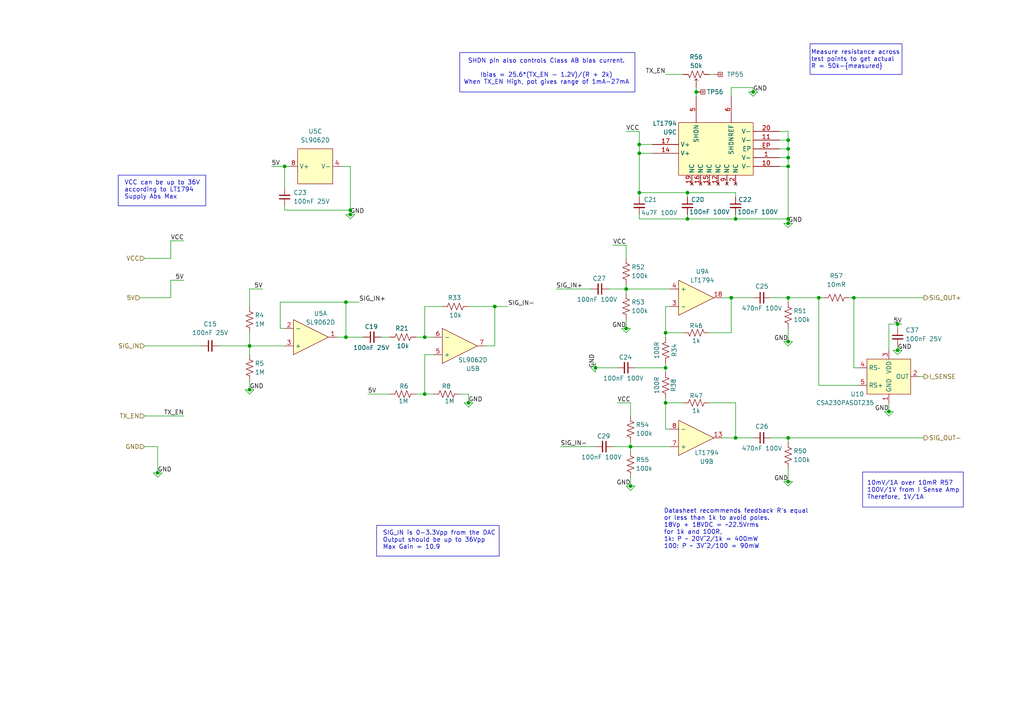
<source format=kicad_sch>
(kicad_sch (version 20250114) (generator "eeschema") (generator_version "9.0")
  (paper "A4")
  (rectangle (start 34.29 50.8) (end 59.69 59.69))
  (rectangle (start 133.35 15.24) (end 184.15 26.67))
  (rectangle (start 234.95 12.7) (end 261.62 21.59))
  (rectangle (start 109.22 152.4) (end 144.78 161.29))
  (rectangle (start 250.19 136.906) (end 279.4 147.066))
  (text "Datasheet recommends feedback R's equal \nor less than 1k to avoid poles. \n18Vp + 18VDC = ~22.5Vrms\nfor 1k and 100R, \n1k: P ~ 20V^2/1k = 400mW\n100: P ~ 3V^2/100 = 90mW" (at 192.532 153.416 0) (effects (font (size 1.27 1.27)) (justify left)))
  (text "VCC can be up to 36V \naccording to LT1794 \nSupply Abs Max" (at 36.068 55.118 0) (effects (font (size 1.27 1.27)) (justify left)))
  (text "SIG_IN is 0-3.3Vpp from the DAC\nOutput should be up to 36Vpp\nMax Gain = 10.9" (at 110.998 156.718 0) (effects (font (size 1.27 1.27)) (justify left)))
  (text "10mV/1A over 10mR R57\n100V/1V from I Sense Amp\nTherefore, 1V/1A" (at 251.46 142.24 0) (effects (font (size 1.27 1.27)) (justify left)))
  (text "SHDN pin also controls Class AB bias current.\n\nIbias = 25.6*(TX_EN - 1.2V)/(R + 2k)\nWhen TX_EN High, pot gives range of 1mA-27mA" (at 158.496 20.828 0) (effects (font (size 1.27 1.27))))
  (text "Measure resistance across \ntest points to get actual\nR = 50k-{measured}" (at 235.204 17.272 0) (effects (font (size 1.27 1.27)) (justify left)))
  (junction (at 199.39 55.88))
  (junction (at 228.6 127))
  (junction (at 237.49 86.36))
  (junction (at 228.6 45.72))
  (junction (at 181.61 83.82))
  (junction (at 185.42 55.88))
  (junction (at 228.6 139.7))
  (junction (at 228.6 63.5))
  (junction (at 101.6 62.23))
  (junction (at 213.36 63.5))
  (junction (at 193.04 96.52))
  (junction (at 228.6 48.26))
  (junction (at 218.44 26.67))
  (junction (at 228.6 86.36))
  (junction (at 193.04 106.68))
  (junction (at 143.51 88.9))
  (junction (at 101.6 60.96))
  (junction (at 181.61 95.25))
  (junction (at 260.35 101.6))
  (junction (at 228.6 64.77))
  (junction (at 201.93 26.67))
  (junction (at 213.36 127))
  (junction (at 193.04 116.84))
  (junction (at 72.39 100.33))
  (junction (at 228.6 43.18))
  (junction (at 135.89 116.84))
  (junction (at 72.39 113.03))
  (junction (at 45.72 137.16))
  (junction (at 123.19 114.3))
  (junction (at 182.88 129.54))
  (junction (at 82.55 48.26))
  (junction (at 260.35 93.98))
  (junction (at 182.88 140.97))
  (junction (at 199.39 63.5))
  (junction (at 172.72 106.68))
  (junction (at 212.09 86.36))
  (junction (at 185.42 41.91))
  (junction (at 100.33 97.79))
  (junction (at 247.65 86.36))
  (junction (at 228.6 99.06))
  (junction (at 257.81 119.38))
  (junction (at 228.6 40.64))
  (junction (at 185.42 44.45))
  (junction (at 123.19 97.79))
  (junction (at 100.33 87.63))
  (wire (pts (xy 228.6 127) (xy 267.97 127)))
  (wire (pts (xy 226.06 48.26) (xy 228.6 48.26)))
  (wire (pts (xy 177.8 129.54) (xy 182.88 129.54)))
  (wire (pts (xy 193.04 115.57) (xy 193.04 116.84)))
  (wire (pts (xy 227.33 64.77) (xy 228.6 66.04)))
  (wire (pts (xy 81.28 95.25) (xy 82.55 95.25)))
  (wire (pts (xy 212.09 25.4) (xy 212.09 27.94)))
  (wire (pts (xy 143.51 100.33) (xy 140.97 100.33)))
  (wire (pts (xy 237.49 86.36) (xy 238.76 86.36)))
  (wire (pts (xy 72.39 83.82) (xy 76.2 83.82)))
  (wire (pts (xy 179.07 116.84) (xy 182.88 116.84)))
  (wire (pts (xy 72.39 110.49) (xy 72.39 113.03)))
  (wire (pts (xy 135.89 114.3) (xy 135.89 116.84)))
  (wire (pts (xy 181.61 95.25) (xy 182.88 95.25)))
  (wire (pts (xy 172.72 106.68) (xy 172.72 105.41)))
  (wire (pts (xy 228.6 100.33) (xy 227.33 99.06)))
  (wire (pts (xy 49.53 86.36) (xy 49.53 81.28)))
  (wire (pts (xy 161.29 83.82) (xy 171.45 83.82)))
  (wire (pts (xy 217.17 26.67) (xy 218.44 27.94)))
  (wire (pts (xy 212.09 86.36) (xy 218.44 86.36)))
  (wire (pts (xy 100.33 62.23) (xy 101.6 63.5)))
  (wire (pts (xy 228.6 127) (xy 228.6 128.27)))
  (wire (pts (xy 207.01 21.59) (xy 205.74 21.59)))
  (wire (pts (xy 185.42 55.88) (xy 199.39 55.88)))
  (wire (pts (xy 82.55 60.96) (xy 101.6 60.96)))
  (wire (pts (xy 246.38 86.36) (xy 247.65 86.36)))
  (wire (pts (xy 257.81 93.98) (xy 260.35 93.98)))
  (wire (pts (xy 72.39 113.03) (xy 73.66 113.03)))
  (wire (pts (xy 101.6 62.23) (xy 102.87 62.23)))
  (wire (pts (xy 101.6 60.96) (xy 101.6 62.23)))
  (wire (pts (xy 193.04 116.84) (xy 198.12 116.84)))
  (wire (pts (xy 41.91 120.65) (xy 53.34 120.65)))
  (wire (pts (xy 217.17 26.67) (xy 218.44 26.67)))
  (wire (pts (xy 100.33 97.79) (xy 97.79 97.79)))
  (wire (pts (xy 171.45 106.68) (xy 172.72 105.41)))
  (wire (pts (xy 213.36 62.23) (xy 213.36 63.5)))
  (wire (pts (xy 257.81 119.38) (xy 259.08 119.38)))
  (wire (pts (xy 41.91 74.93) (xy 49.53 74.93)))
  (wire (pts (xy 181.61 140.97) (xy 182.88 140.97)))
  (wire (pts (xy 189.23 44.45) (xy 185.42 44.45)))
  (wire (pts (xy 143.51 88.9) (xy 147.32 88.9)))
  (wire (pts (xy 181.61 92.71) (xy 181.61 95.25)))
  (wire (pts (xy 143.51 88.9) (xy 143.51 100.33)))
  (wire (pts (xy 213.36 127) (xy 218.44 127)))
  (wire (pts (xy 182.88 116.84) (xy 182.88 120.65)))
  (wire (pts (xy 45.72 138.43) (xy 46.99 137.16)))
  (wire (pts (xy 134.62 116.84) (xy 135.89 116.84)))
  (wire (pts (xy 229.87 99.06) (xy 228.6 100.33)))
  (wire (pts (xy 45.72 129.54) (xy 41.91 129.54)))
  (wire (pts (xy 182.88 142.24) (xy 181.61 140.97)))
  (wire (pts (xy 228.6 66.04) (xy 229.87 64.77)))
  (wire (pts (xy 72.39 114.3) (xy 73.66 113.03)))
  (wire (pts (xy 172.72 107.95) (xy 172.72 106.68)))
  (wire (pts (xy 185.42 38.1) (xy 185.42 41.91)))
  (wire (pts (xy 181.61 96.52) (xy 180.34 95.25)))
  (wire (pts (xy 49.53 81.28) (xy 53.34 81.28)))
  (wire (pts (xy 228.6 99.06) (xy 228.6 95.25)))
  (wire (pts (xy 193.04 124.46) (xy 193.04 116.84)))
  (wire (pts (xy 201.93 25.4) (xy 201.93 26.67)))
  (wire (pts (xy 72.39 100.33) (xy 82.55 100.33)))
  (wire (pts (xy 133.35 114.3) (xy 135.89 114.3)))
  (wire (pts (xy 44.45 137.16) (xy 45.72 138.43)))
  (wire (pts (xy 228.6 43.18) (xy 228.6 40.64)))
  (wire (pts (xy 213.36 63.5) (xy 228.6 63.5)))
  (wire (pts (xy 123.19 102.87) (xy 125.73 102.87)))
  (wire (pts (xy 247.65 106.68) (xy 248.92 106.68)))
  (wire (pts (xy 228.6 48.26) (xy 228.6 45.72)))
  (wire (pts (xy 82.55 48.26) (xy 83.82 48.26)))
  (wire (pts (xy 260.35 101.6) (xy 261.62 101.6)))
  (wire (pts (xy 213.36 55.88) (xy 213.36 57.15)))
  (wire (pts (xy 45.72 137.16) (xy 46.99 137.16)))
  (wire (pts (xy 40.64 86.36) (xy 49.53 86.36)))
  (wire (pts (xy 223.52 86.36) (xy 228.6 86.36)))
  (wire (pts (xy 78.74 48.26) (xy 82.55 48.26)))
  (wire (pts (xy 193.04 96.52) (xy 193.04 88.9)))
  (wire (pts (xy 72.39 88.9) (xy 72.39 83.82)))
  (wire (pts (xy 185.42 63.5) (xy 199.39 63.5)))
  (wire (pts (xy 100.33 62.23) (xy 101.6 62.23)))
  (wire (pts (xy 212.09 96.52) (xy 212.09 86.36)))
  (wire (pts (xy 182.88 129.54) (xy 194.31 129.54)))
  (wire (pts (xy 228.6 86.36) (xy 228.6 87.63)))
  (wire (pts (xy 193.04 105.41) (xy 193.04 106.68)))
  (wire (pts (xy 228.6 45.72) (xy 228.6 43.18)))
  (wire (pts (xy 229.87 139.7) (xy 228.6 139.7)))
  (wire (pts (xy 227.33 64.77) (xy 228.6 64.77)))
  (wire (pts (xy 193.04 96.52) (xy 198.12 96.52)))
  (wire (pts (xy 120.65 114.3) (xy 123.19 114.3)))
  (wire (pts (xy 135.89 88.9) (xy 143.51 88.9)))
  (wire (pts (xy 259.08 101.6) (xy 260.35 102.87)))
  (wire (pts (xy 228.6 86.36) (xy 237.49 86.36)))
  (wire (pts (xy 226.06 45.72) (xy 228.6 45.72)))
  (wire (pts (xy 41.91 100.33) (xy 58.42 100.33)))
  (wire (pts (xy 123.19 97.79) (xy 125.73 97.79)))
  (wire (pts (xy 205.74 96.52) (xy 212.09 96.52)))
  (wire (pts (xy 72.39 100.33) (xy 72.39 102.87)))
  (wire (pts (xy 181.61 83.82) (xy 181.61 85.09)))
  (wire (pts (xy 123.19 114.3) (xy 125.73 114.3)))
  (wire (pts (xy 247.65 86.36) (xy 267.97 86.36)))
  (wire (pts (xy 71.12 113.03) (xy 72.39 113.03)))
  (wire (pts (xy 101.6 48.26) (xy 99.06 48.26)))
  (wire (pts (xy 257.81 120.65) (xy 256.54 119.38)))
  (wire (pts (xy 193.04 97.79) (xy 193.04 96.52)))
  (wire (pts (xy 101.6 48.26) (xy 101.6 60.96)))
  (wire (pts (xy 182.88 138.43) (xy 182.88 140.97)))
  (wire (pts (xy 228.6 139.7) (xy 228.6 135.89)))
  (wire (pts (xy 180.34 95.25) (xy 181.61 95.25)))
  (wire (pts (xy 72.39 96.52) (xy 72.39 100.33)))
  (wire (pts (xy 182.88 128.27) (xy 182.88 129.54)))
  (wire (pts (xy 135.89 118.11) (xy 137.16 116.84)))
  (wire (pts (xy 199.39 63.5) (xy 213.36 63.5)))
  (wire (pts (xy 185.42 41.91) (xy 185.42 44.45)))
  (wire (pts (xy 194.31 124.46) (xy 193.04 124.46)))
  (wire (pts (xy 199.39 55.88) (xy 199.39 57.15)))
  (wire (pts (xy 237.49 111.76) (xy 237.49 86.36)))
  (wire (pts (xy 260.35 102.87) (xy 261.62 101.6)))
  (wire (pts (xy 45.72 129.54) (xy 45.72 137.16)))
  (wire (pts (xy 100.33 87.63) (xy 100.33 97.79)))
  (wire (pts (xy 71.12 113.03) (xy 72.39 114.3)))
  (wire (pts (xy 228.6 99.06) (xy 227.33 99.06)))
  (wire (pts (xy 185.42 41.91) (xy 189.23 41.91)))
  (wire (pts (xy 110.49 97.79) (xy 113.03 97.79)))
  (wire (pts (xy 172.72 106.68) (xy 179.07 106.68)))
  (wire (pts (xy 226.06 40.64) (xy 228.6 40.64)))
  (wire (pts (xy 184.15 140.97) (xy 182.88 142.24)))
  (wire (pts (xy 182.88 95.25) (xy 181.61 96.52)))
  (wire (pts (xy 228.6 38.1) (xy 226.06 38.1)))
  (wire (pts (xy 185.42 44.45) (xy 185.42 55.88)))
  (wire (pts (xy 181.61 38.1) (xy 185.42 38.1)))
  (wire (pts (xy 182.88 140.97) (xy 184.15 140.97)))
  (wire (pts (xy 257.81 116.84) (xy 257.81 119.38)))
  (wire (pts (xy 218.44 25.4) (xy 212.09 25.4)))
  (wire (pts (xy 205.74 116.84) (xy 213.36 116.84)))
  (wire (pts (xy 176.53 83.82) (xy 181.61 83.82)))
  (wire (pts (xy 172.72 107.95) (xy 171.45 106.68)))
  (wire (pts (xy 194.31 88.9) (xy 193.04 88.9)))
  (wire (pts (xy 106.68 114.3) (xy 113.03 114.3)))
  (wire (pts (xy 228.6 140.97) (xy 227.33 139.7)))
  (wire (pts (xy 259.08 119.38) (xy 257.81 120.65)))
  (wire (pts (xy 223.52 127) (xy 228.6 127)))
  (wire (pts (xy 201.93 26.67) (xy 201.93 27.94)))
  (wire (pts (xy 49.53 69.85) (xy 53.34 69.85)))
  (wire (pts (xy 228.6 48.26) (xy 228.6 63.5)))
  (wire (pts (xy 257.81 93.98) (xy 257.81 101.6)))
  (wire (pts (xy 199.39 62.23) (xy 199.39 63.5)))
  (wire (pts (xy 228.6 64.77) (xy 229.87 64.77)))
  (wire (pts (xy 209.55 127) (xy 213.36 127)))
  (wire (pts (xy 247.65 86.36) (xy 247.65 106.68)))
  (wire (pts (xy 218.44 26.67) (xy 219.71 26.67)))
  (wire (pts (xy 184.15 106.68) (xy 193.04 106.68)))
  (wire (pts (xy 101.6 63.5) (xy 102.87 62.23)))
  (wire (pts (xy 177.8 71.12) (xy 181.61 71.12)))
  (wire (pts (xy 226.06 43.18) (xy 228.6 43.18)))
  (wire (pts (xy 182.88 129.54) (xy 182.88 130.81)))
  (wire (pts (xy 228.6 63.5) (xy 228.6 64.77)))
  (wire (pts (xy 266.7 109.22) (xy 267.97 109.22)))
  (wire (pts (xy 228.6 40.64) (xy 228.6 38.1)))
  (wire (pts (xy 248.92 111.76) (xy 237.49 111.76)))
  (wire (pts (xy 185.42 55.88) (xy 185.42 57.15)))
  (wire (pts (xy 181.61 71.12) (xy 181.61 74.93)))
  (wire (pts (xy 82.55 59.69) (xy 82.55 60.96)))
  (wire (pts (xy 213.36 127) (xy 213.36 116.84)))
  (wire (pts (xy 193.04 21.59) (xy 198.12 21.59)))
  (wire (pts (xy 81.28 95.25) (xy 81.28 87.63)))
  (wire (pts (xy 218.44 27.94) (xy 219.71 26.67)))
  (wire (pts (xy 63.5 100.33) (xy 72.39 100.33)))
  (wire (pts (xy 134.62 116.84) (xy 135.89 118.11)))
  (wire (pts (xy 120.65 97.79) (xy 123.19 97.79)))
  (wire (pts (xy 193.04 106.68) (xy 193.04 107.95)))
  (wire (pts (xy 260.35 93.98) (xy 261.62 93.98)))
  (wire (pts (xy 162.56 129.54) (xy 172.72 129.54)))
  (wire (pts (xy 260.35 93.98) (xy 260.35 95.25)))
  (wire (pts (xy 199.39 55.88) (xy 213.36 55.88)))
  (wire (pts (xy 123.19 114.3) (xy 123.19 102.87)))
  (wire (pts (xy 229.87 99.06) (xy 228.6 99.06)))
  (wire (pts (xy 81.28 87.63) (xy 100.33 87.63)))
  (wire (pts (xy 123.19 88.9) (xy 128.27 88.9)))
  (wire (pts (xy 100.33 87.63) (xy 104.14 87.63)))
  (wire (pts (xy 44.45 137.16) (xy 45.72 137.16)))
  (wire (pts (xy 49.53 74.93) (xy 49.53 69.85)))
  (wire (pts (xy 181.61 83.82) (xy 194.31 83.82)))
  (wire (pts (xy 185.42 62.23) (xy 185.42 63.5)))
  (wire (pts (xy 228.6 139.7) (xy 227.33 139.7)))
  (wire (pts (xy 259.08 101.6) (xy 260.35 101.6)))
  (wire (pts (xy 209.55 86.36) (xy 212.09 86.36)))
  (wire (pts (xy 260.35 100.33) (xy 260.35 101.6)))
  (wire (pts (xy 82.55 48.26) (xy 82.55 54.61)))
  (wire (pts (xy 218.44 25.4) (xy 218.44 26.67)))
  (wire (pts (xy 181.61 82.55) (xy 181.61 83.82)))
  (wire (pts (xy 229.87 139.7) (xy 228.6 140.97)))
  (wire (pts (xy 256.54 119.38) (xy 257.81 119.38)))
  (wire (pts (xy 123.19 97.79) (xy 123.19 88.9)))
  (wire (pts (xy 100.33 97.79) (xy 105.41 97.79)))
  (wire (pts (xy 135.89 116.84) (xy 137.16 116.84)))
  (label "VCC" (at 179.07 116.84 0))
  (label "GND" (at 72.39 113.03 0))
  (label "GND" (at 228.6 139.7 180))
  (label "GND" (at 101.6 62.23 0))
  (label "GND" (at 45.72 137.16 0))
  (label "GND" (at 228.6 99.06 180))
  (label "GND" (at 228.6 64.77 0))
  (label "SIG_IN+" (at 161.29 83.82 0))
  (label "SIG_IN+" (at 104.14 87.63 0))
  (label "5V" (at 76.2 83.82 180))
  (label "VCC" (at 181.61 38.1 0))
  (label "VCC" (at 53.34 69.85 180))
  (label "5V" (at 53.34 81.28 180))
  (label "SIG_IN-" (at 147.32 88.9 0))
  (label "5V" (at 261.62 93.98 180))
  (label "TX_EN" (at 193.04 21.59 180))
  (label "GND" (at 182.88 140.97 180))
  (label "GND" (at 181.61 95.25 180))
  (label "GND" (at 218.44 26.67 0))
  (label "5V" (at 78.74 48.26 0))
  (label "TX_EN" (at 53.34 120.65 180))
  (label "GND" (at 260.35 101.6 0))
  (label "5V" (at 106.68 114.3 0))
  (label "GND" (at 135.89 116.84 0))
  (label "GND" (at 172.72 106.68 90))
  (label "SIG_IN-" (at 162.56 129.54 0))
  (label "VCC" (at 177.8 71.12 0))
  (label "GND" (at 257.81 119.38 180))
  (hierarchical_label "SIG_OUT+" (shape output) (at 267.97 86.36 0))
  (hierarchical_label "5V" (shape input) (at 40.64 86.36 180))
  (hierarchical_label "VCC" (shape input) (at 41.91 74.93 180))
  (hierarchical_label "TX_EN" (shape input) (at 41.91 120.65 180))
  (hierarchical_label "SIG_IN" (shape input) (at 41.91 100.33 180))
  (hierarchical_label "SIG_OUT-" (shape output) (at 267.97 127 0))
  (hierarchical_label "GND" (shape input) (at 41.91 129.54 180))
  (hierarchical_label "I_SENSE" (shape output) (at 267.97 109.22 0))
  (symbol (lib_id "BR_Resistors_1210:R_1210_1k") (at 201.93 116.84 90) (unit 1)
    (property "Reference" "R47" (at 201.93 114.808 90))
    (property "Value" "1k" (at 201.93 119.126 90))
    (property "Footprint" "BR_Passives:C_1210_3225Metric-minimized" (effects (hide yes)))
    (property "Datasheet" "https://lcsc.com/datasheet/lcsc_datasheet_2408150952_FOJAN-FRC1210F1001TS_C2960861.pdf" (effects (hide yes)))
    (property "Description" "1k 1% 100ppm 500mW Thick Film Resistor 1210" (effects (hide yes)))
    (property "Manufacturer" "FOJAN" (effects (hide yes)))
    (property "Manufacturer Part Num" "FRC1210F1001TS" (effects (hide yes)))
    (property "BRE Number" "BRE-001256" (effects (hide yes)))
    (property "JLCPCB Part Num" "C2960861" (effects (hide yes)))
  )
  (symbol (lib_id "BR_Resistors_0603:R_0603_100R") (at 193.04 101.6 0) (mirror x) (unit 1)
    (property "Reference" "R34" (at 195.58 101.6 90))
    (property "Value" "100R" (at 190.5 101.6 90))
    (property "Footprint" "BR_Passives:R_0603_1608Metric" (effects (hide yes)))
    (property "Datasheet" "https://lcsc.com/datasheet/lcsc_datasheet_2411071710_FOJAN-FRC0603F1000TS_C2906981.pdf" (effects (hide yes)))
    (property "Description" "100R 1% 100ppm 100mW Thick Film Resistor 0603" (effects (hide yes)))
    (property "Manufacturer" "FOJAN" (effects (hide yes)))
    (property "Manufacturer Part Num" "FRC0603F1000TS" (effects (hide yes)))
    (property "BRE Number" "BRE-001257" (effects (hide yes)))
    (property "JLCPCB Part Num" "C2906981" (effects (hide yes)))
  )
  (symbol (lib_id "BR_Capacitors_0402:C_0402_100nF_100V_X5R_20%") (at 213.36 59.69 0) (mirror y) (unit 1)
    (property "Reference" "C22" (at 214.122 57.912 0) (effects (justify right)))
    (property "Value" "100nF 100V" (at 213.868 61.468 0) (effects (justify right)))
    (property "Footprint" "BR_Passives:C_0402_1005Metric-minimized" (effects (hide yes)))
    (property "Datasheet" "https://www.lcsc.com/datasheet/lcsc_datasheet_2410010301_Murata-Electronics-GRM155R62A104ME14D_C162179.pdf" (effects (hide yes)))
    (property "Description" "100nF 100V X5R 20% Ceramic Capacitor 0402" (effects (hide yes)))
    (property "Manufacturer" "Murata" (effects (hide yes)))
    (property "Manufacturer Part Num" "GRM155R62A104ME14D" (effects (hide yes)))
    (property "BRE Number" "BRE-001025" (effects (hide yes)))
    (property "JLCPCB Part Num" "C162178" (effects (hide yes)))
  )
  (symbol (lib_id "BR_Resistors_0201:R_0201_1M") (at 116.84 114.3 90) (unit 1)
    (property "Reference" "R6" (at 115.824 112.014 90) (effects (justify right)))
    (property "Value" "1M" (at 115.57 116.332 90) (effects (justify right)))
    (property "Footprint" "BR_Passives:R_0201_0603Metric-minimized" (effects (hide yes)))
    (property "Datasheet" "https://lcsc.com/datasheet/lcsc_datasheet_2506161040_YAGEO-RC0201FR-071ML_C295786.pdf" (effects (hide yes)))
    (property "Description" "1M 1% 200ppm 50mW Thick Film Resistor 0201" (effects (hide yes)))
    (property "Manufacturer" "YAGEO" (effects (hide yes)))
    (property "Manufacturer Part Num" "RC0201FR-071ML" (effects (hide yes)))
    (property "BRE Number" "BRE-001254" (effects (hide yes)))
    (property "JLCPCB Part Num" "C295786" (effects (hide yes)))
  )
  (symbol (lib_id "BR_Capacitors_0402:C_0402_100nF_100V_X5R_20%") (at 173.99 83.82 270) (unit 1)
    (property "Reference" "C27" (at 175.768 80.772 90) (effects (justify right)))
    (property "Value" "100nF 100V" (at 179.07 86.868 90) (effects (justify right)))
    (property "Footprint" "BR_Passives:C_0402_1005Metric-minimized" (effects (hide yes)))
    (property "Datasheet" "https://www.lcsc.com/datasheet/lcsc_datasheet_2410010301_Murata-Electronics-GRM155R62A104ME14D_C162179.pdf" (effects (hide yes)))
    (property "Description" "100nF 100V X5R 20% Ceramic Capacitor 0402" (effects (hide yes)))
    (property "Manufacturer" "Murata" (effects (hide yes)))
    (property "Manufacturer Part Num" "GRM155R62A104ME14D" (effects (hide yes)))
    (property "BRE Number" "BRE-001025" (effects (hide yes)))
    (property "JLCPCB Part Num" "C162178" (effects (hide yes)))
  )
  (symbol (lib_id "BR_Capacitors_0201:C_0201_100nF_25V_X7R_10%") (at 60.96 100.33 90) (unit 1)
    (property "Reference" "C15" (at 60.9663 93.98 90))
    (property "Value" "100nF 25V" (at 60.9663 96.52 90))
    (property "Footprint" "BR_Passives:C_0201_0603Metric-minimized" (effects (hide yes)))
    (property "Datasheet" "https://www.lcsc.com/datasheet/lcsc_datasheet_2108070630_Murata-Electronics-GRM033R61E104KE14J_C2649540.pdf" (effects (hide yes)))
    (property "Description" "100nF 25V X5R 10% Ceramic Capacitor 0201" (effects (hide yes)))
    (property "Manufacturer" "Murata Electronics" (effects (hide yes)))
    (property "Manufacturer Part Num" "GRM033R61E104KE14J" (effects (hide yes)))
    (property "BRE Number" "BRE-000000" (effects (hide yes)))
    (property "Supplier 1" "DigiKey" (effects (hide yes)))
    (property "Supplier Part Num 1" "490-14571-1-ND" (effects (hide yes)))
    (property "Supplier 2" "Mouser" (effects (hide yes)))
    (property "Supplier Part Num 2" "81-GRM033R61E104KE4J" (effects (hide yes)))
    (property "Supplier 3" "JLCPCB" (effects (hide yes)))
    (property "Supplier Part Num 3" "C2649540" (effects (hide yes)))
    (property "JLCPCB Part Num" "C76939" (effects (hide yes)))
  )
  (symbol (lib_id "BR_Capacitors_0805:C_0805_470nF_100V_X7R_10%") (at 220.98 86.36 90) (unit 1)
    (property "Reference" "C25" (at 220.98 83.058 90))
    (property "Value" "470nF 100V" (at 220.98 89.408 90))
    (property "Footprint" "BR_Passives:C_0805_2012Metric-minimized" (effects (hide yes)))
    (property "Datasheet" "https://www.lcsc.com/datasheet/lcsc_datasheet_2006091815_YAGEO-CC0805KKX7R0BB474_C596323.pdf" (effects (hide yes)))
    (property "Description" "470nF 100V X7R 10% Ceramic Capacitor 0805" (effects (hide yes)))
    (property "Manufacturer" "YAGEO" (effects (hide yes)))
    (property "Manufacturer Part Num" "CC0805KKX7R0BB474" (effects (hide yes)))
    (property "BRE Number" "BRE-000054" (effects (hide yes)))
    (property "Supplier 1" "DigiKey" (effects (hide yes)))
    (property "Supplier Part Num 1" "13-CC0805KKX7R0BB474CT-ND" (effects (hide yes)))
    (property "Supplier 2" "Mouser" (effects (hide yes)))
    (property "Supplier Part Num 2" "603-CC0805KX7R0BB474" (effects (hide yes)))
    (property "Supplier 3" "JLCPCB" (effects (hide yes)))
    (property "Supplier Part Num 3" "C596323" (effects (hide yes)))
    (property "JLCPCB Part Num" "C596323" (effects (hide yes)))
  )
  (symbol (lib_id "BR_Capacitors_1206:C_1206_4u7F_100V_X7S_10%") (at 185.42 59.69 0) (unit 1)
    (property "Reference" "C21" (at 186.69 57.912 0) (effects (justify left)))
    (property "Value" "4u7F 100V" (at 185.928 61.722 0) (effects (justify left)))
    (property "Footprint" "BR_Passives:C_1206_3216Metric-minimized" (effects (hide yes)))
    (property "Datasheet" "https://www.lcsc.com/datasheet/lcsc_datasheet_2410121857_Murata-Electronics-GRM31CC72A475KE11L_C237304.pdf" (effects (hide yes)))
    (property "Description" "4.7uF 100V X7S 10% Ceramic Capacitor 1206" (effects (hide yes)))
    (property "Manufacturer" "Murata" (effects (hide yes)))
    (property "Manufacturer Part Num" "GRM31CC72A475KE11L" (effects (hide yes)))
    (property "BRE Number" "BRE-001089" (effects (hide yes)))
    (property "JLCPCB Part Num" "C237304" (effects (hide yes)))
  )
  (symbol (lib_id "BR_IC_Audio:LT1794CFE-PBF") (at 196.85 127 0) (mirror x) (unit 2)
    (property "Reference" "U9" (at 204.978 133.858 0))
    (property "Value" "LT1794" (at 204.978 131.318 0))
    (property "Footprint" "BR_SOP:TSSOP-20_FE_6.4x6.4mm_EP4.95x2.74mm" (effects (hide yes)))
    (property "Datasheet" "https://www.analog.com/media/en/technical-documentation/data-sheets/1794fs.pdf" (effects (hide yes)))
    (property "Description" "2 Channel Line Driver 40V 500mA 500V/us 200MHz Class AB Output TSSOP-20" (effects (hide yes)))
    (property "Manufacturer" "Analog Devices" (effects (hide yes)))
    (property "Manufacturer Part Num" "LT1794CFE#PBF" (effects (hide yes)))
    (property "BRE Number" "BRE-001244" (effects (hide yes)))
    (property "JLCPCB Part Num" "C665306" (effects (hide yes)))
  )
  (symbol (lib_id "BR_Capacitors_0402:C_0402_100nF_100V_X5R_20%") (at 175.26 129.54 270) (unit 1)
    (property "Reference" "C29" (at 177.038 126.492 90) (effects (justify right)))
    (property "Value" "100nF 100V" (at 180.34 132.588 90) (effects (justify right)))
    (property "Footprint" "BR_Passives:C_0402_1005Metric-minimized" (effects (hide yes)))
    (property "Datasheet" "https://www.lcsc.com/datasheet/lcsc_datasheet_2410010301_Murata-Electronics-GRM155R62A104ME14D_C162179.pdf" (effects (hide yes)))
    (property "Description" "100nF 100V X5R 20% Ceramic Capacitor 0402" (effects (hide yes)))
    (property "Manufacturer" "Murata" (effects (hide yes)))
    (property "Manufacturer Part Num" "GRM155R62A104ME14D" (effects (hide yes)))
    (property "BRE Number" "BRE-001025" (effects (hide yes)))
    (property "JLCPCB Part Num" "C162178" (effects (hide yes)))
  )
  (symbol (lib_id "BR_Resistors_0805:R_0805_10mR") (at 242.57 86.36 90) (unit 1)
    (property "Reference" "R57" (at 242.57 80.01 90))
    (property "Value" "10mR" (at 242.57 82.55 90))
    (property "Footprint" "BR_Passives:R_0805_2012Metric" (effects (hide yes)))
    (property "Datasheet" "https://wmsc.lcsc.com/wmsc/upload/file/pdf/v2/lcsc/2203261130_YAGEO-RL0805FR-7W0R01L_C326784.pdf" (effects (hide yes)))
    (property "Description" "10mR 1% 1500ppm 250mW Thick Film Resistor 0805" (effects (hide yes)))
    (property "Manufacturer" "YAGEO" (effects (hide yes)))
    (property "Manufacturer Part Num" "RL0805FR-7W0R01L" (effects (hide yes)))
    (property "BRE Number" "BRE-001049" (effects (hide yes)))
    (property "Supplier 1" "DigiKey" (effects (hide yes)))
    (property "Supplier Part Num 1" "13-PE0805FRE470R009ZCT-ND" (effects (hide yes)))
    (property "Supplier 2" "Mouser" (effects (hide yes)))
    (property "Supplier Part Num 2" "603-P0805FRE470R009Z" (effects (hide yes)))
    (property "Supplier 3" "JLCPCB" (effects (hide yes)))
    (property "Supplier Part Num 3" "C6142798" (effects (hide yes)))
    (property "JLCPCB Part Num" "C326784" (effects (hide yes)))
  )
  (symbol (lib_id "BR_Resistors_0201:R_0201_100k") (at 181.61 78.74 0) (unit 1)
    (property "Reference" "R52" (at 183.134 77.47 0) (effects (justify left)))
    (property "Value" "100k" (at 183.134 80.01 0) (effects (justify left)))
    (property "Footprint" "BR_Passives:R_0201_0603Metric-minimized" (effects (hide yes)))
    (property "Datasheet" "https://www.lcsc.com/datasheet/lcsc_datasheet_2304140030_YAGEO-RC0201FR-07100KL_C106224.pdf" (effects (hide yes)))
    (property "Description" "100k 1% 200ppm 50mW Thick Film Resistor 0201" (effects (hide yes)))
    (property "Manufacturer" "YAGEO" (effects (hide yes)))
    (property "Manufacturer Part Num" "RC0201FR-07100KL" (effects (hide yes)))
    (property "BRE Number" "BRE-001166" (effects (hide yes)))
    (property "Supplier 1" "DigiKey" (effects (hide yes)))
    (property "Supplier Part Num 1" "311-10.0KMCT-ND" (effects (hide yes)))
    (property "Supplier 2" "Mouser" (effects (hide yes)))
    (property "Supplier Part Num 2" "603-RC0201FR-0710KL" (effects (hide yes)))
    (property "Supplier 3" "JLCPCB" (effects (hide yes)))
    (property "Supplier Part Num 3" "C106225" (effects (hide yes)))
    (property "JLCPCB Part Num" "C106224" (effects (hide yes)))
  )
  (symbol (lib_id "BR_Resistors_0201:R_0201_100k") (at 181.61 88.9 0) (unit 1)
    (property "Reference" "R53" (at 183.134 87.63 0) (effects (justify left)))
    (property "Value" "100k" (at 183.134 90.17 0) (effects (justify left)))
    (property "Footprint" "BR_Passives:R_0201_0603Metric-minimized" (effects (hide yes)))
    (property "Datasheet" "https://www.lcsc.com/datasheet/lcsc_datasheet_2304140030_YAGEO-RC0201FR-07100KL_C106224.pdf" (effects (hide yes)))
    (property "Description" "100k 1% 200ppm 50mW Thick Film Resistor 0201" (effects (hide yes)))
    (property "Manufacturer" "YAGEO" (effects (hide yes)))
    (property "Manufacturer Part Num" "RC0201FR-07100KL" (effects (hide yes)))
    (property "BRE Number" "BRE-001166" (effects (hide yes)))
    (property "Supplier 1" "DigiKey" (effects (hide yes)))
    (property "Supplier Part Num 1" "311-10.0KMCT-ND" (effects (hide yes)))
    (property "Supplier 2" "Mouser" (effects (hide yes)))
    (property "Supplier Part Num 2" "603-RC0201FR-0710KL" (effects (hide yes)))
    (property "Supplier 3" "JLCPCB" (effects (hide yes)))
    (property "Supplier Part Num 3" "C106225" (effects (hide yes)))
    (property "JLCPCB Part Num" "C106224" (effects (hide yes)))
  )
  (symbol (lib_id "BR_Capacitors_0201:C_0201_100nF_25V_X7R_10%") (at 260.35 97.79 0) (unit 1)
    (property "Reference" "C37" (at 262.636 95.758 0) (effects (justify left)))
    (property "Value" "100nF 25V" (at 262.636 98.298 0) (effects (justify left)))
    (property "Footprint" "BR_Passives:C_0201_0603Metric-minimized" (effects (hide yes)))
    (property "Datasheet" "https://www.lcsc.com/datasheet/lcsc_datasheet_2108070630_Murata-Electronics-GRM033R61E104KE14J_C2649540.pdf" (effects (hide yes)))
    (property "Description" "100nF 25V X5R 10% Ceramic Capacitor 0201" (effects (hide yes)))
    (property "Manufacturer" "Murata Electronics" (effects (hide yes)))
    (property "Manufacturer Part Num" "GRM033R61E104KE14J" (effects (hide yes)))
    (property "BRE Number" "BRE-000000" (effects (hide yes)))
    (property "Supplier 1" "DigiKey" (effects (hide yes)))
    (property "Supplier Part Num 1" "490-14571-1-ND" (effects (hide yes)))
    (property "Supplier 2" "Mouser" (effects (hide yes)))
    (property "Supplier Part Num 2" "81-GRM033R61E104KE4J" (effects (hide yes)))
    (property "Supplier 3" "JLCPCB" (effects (hide yes)))
    (property "Supplier Part Num 3" "C2649540" (effects (hide yes)))
    (property "JLCPCB Part Num" "C76939" (effects (hide yes)))
  )
  (symbol (lib_id "BR_Virtual_Parts:TP_SQUARE_TH_1mm") (at 207.01 21.59 270) (unit 1) (exclude_from_sim yes) (in_bom no)
    (property "Reference" "TP55" (at 210.82 21.5899 90) (effects (justify left)))
    (property "Value" "TP_SQUARE_TH_500um" (effects (hide yes)))
    (property "Footprint" "POT1" (effects (hide yes)))
    (property "Description" "test pad through hole" (effects (hide yes)))
  )
  (symbol (lib_id "BR_Passives_misc:POT_50k_VGF39NCHXT-B503") (at 201.93 21.59 270) (mirror x) (unit 1)
    (property "Reference" "R56" (at 201.93 16.51 90))
    (property "Value" "50k" (at 201.93 19.05 90))
    (property "Footprint" "BR_Passives:RES-ADJ-SMD_3P-L3.8-W3.7_VGF39NCHXT" (effects (hide yes)))
    (property "Datasheet" "https://lcsc.com/datasheet/lcsc_datasheet_2411220546_HDK-Hokuriku-Elec-Industry-VGF39NCHXT-B503_C22461637.pdf" (effects (hide yes)))
    (property "Description" "50k 25% 150mW 1-Turn Potentiometer SMD" (effects (hide yes)))
    (property "Manufacturer" "HDK" (effects (hide yes)))
    (property "Manufacturer Part Num" "VGF39NCHXT-B503" (effects (hide yes)))
    (property "BRE Number" "BRE-001262" (effects (hide yes)))
    (property "JLCPCB Part Num" "C22461637" (effects (hide yes)))
  )
  (symbol (lib_id "BR_Resistors_0201:R_0201_100k") (at 228.6 91.44 0) (unit 1)
    (property "Reference" "R51" (at 230.124 90.17 0) (effects (justify left)))
    (property "Value" "100k" (at 230.124 92.71 0) (effects (justify left)))
    (property "Footprint" "BR_Passives:R_0201_0603Metric-minimized" (effects (hide yes)))
    (property "Datasheet" "https://www.lcsc.com/datasheet/lcsc_datasheet_2304140030_YAGEO-RC0201FR-07100KL_C106224.pdf" (effects (hide yes)))
    (property "Description" "100k 1% 200ppm 50mW Thick Film Resistor 0201" (effects (hide yes)))
    (property "Manufacturer" "YAGEO" (effects (hide yes)))
    (property "Manufacturer Part Num" "RC0201FR-07100KL" (effects (hide yes)))
    (property "BRE Number" "BRE-001166" (effects (hide yes)))
    (property "Supplier 1" "DigiKey" (effects (hide yes)))
    (property "Supplier Part Num 1" "311-10.0KMCT-ND" (effects (hide yes)))
    (property "Supplier 2" "Mouser" (effects (hide yes)))
    (property "Supplier Part Num 2" "603-RC0201FR-0710KL" (effects (hide yes)))
    (property "Supplier 3" "JLCPCB" (effects (hide yes)))
    (property "Supplier Part Num 3" "C106225" (effects (hide yes)))
    (property "JLCPCB Part Num" "C106224" (effects (hide yes)))
  )
  (symbol (lib_name "LT1794CFE-PBF_1") (lib_id "BR_IC_Audio:LT1794CFE-PBF") (at 201.93 43.18 90) (unit 3)
    (property "Reference" "U9" (at 196.342 38.354 90) (effects (justify left)))
    (property "Value" "LT1794" (at 196.342 35.814 90) (effects (justify left)))
    (property "Footprint" "BR_SOP:TSSOP-20_FE_6.4x6.4mm_EP4.95x2.74mm" (effects (hide yes)))
    (property "Datasheet" "https://www.analog.com/media/en/technical-documentation/data-sheets/1794fs.pdf" (effects (hide yes)))
    (property "Description" "2 Channel Line Driver 40V 500mA 500V/us 200MHz Class AB Output TSSOP-20" (effects (hide yes)))
    (property "Manufacturer" "Analog Devices" (effects (hide yes)))
    (property "Manufacturer Part Num" "LT1794CFE#PBF" (effects (hide yes)))
    (property "BRE Number" "BRE-001244" (effects (hide yes)))
    (property "JLCPCB Part Num" "C665306" (effects (hide yes)))
  )
  (symbol (lib_id "BR_Capacitors_0201:C_0201_100nF_25V_X7R_10%") (at 82.55 57.15 180) (unit 1)
    (property "Reference" "C23" (at 85.09 55.8735 0) (effects (justify right)))
    (property "Value" "100nF 25V" (at 85.09 58.4135 0) (effects (justify right)))
    (property "Footprint" "BR_Passives:C_0201_0603Metric-minimized" (effects (hide yes)))
    (property "Datasheet" "https://www.lcsc.com/datasheet/lcsc_datasheet_2108070630_Murata-Electronics-GRM033R61E104KE14J_C2649540.pdf" (effects (hide yes)))
    (property "Description" "100nF 25V X5R 10% Ceramic Capacitor 0201" (effects (hide yes)))
    (property "Manufacturer" "Murata Electronics" (effects (hide yes)))
    (property "Manufacturer Part Num" "GRM033R61E104KE14J" (effects (hide yes)))
    (property "BRE Number" "BRE-000000" (effects (hide yes)))
    (property "Supplier 1" "DigiKey" (effects (hide yes)))
    (property "Supplier Part Num 1" "490-14571-1-ND" (effects (hide yes)))
    (property "Supplier 2" "Mouser" (effects (hide yes)))
    (property "Supplier Part Num 2" "81-GRM033R61E104KE4J" (effects (hide yes)))
    (property "Supplier 3" "JLCPCB" (effects (hide yes)))
    (property "Supplier Part Num 3" "C2649540" (effects (hide yes)))
    (property "JLCPCB Part Num" "C76939" (effects (hide yes)))
  )
  (symbol (lib_id "BR_Resistors_0201:R_0201_10k") (at 132.08 88.9 90) (unit 1)
    (property "Reference" "R33" (at 131.826 86.36 90))
    (property "Value" "10k" (at 132.08 91.44 90))
    (property "Footprint" "BR_Passives:R_0201_0603Metric-minimized" (effects (hide yes)))
    (property "Datasheet" "https://www.yageo.com/upload/media/product/products/datasheet/rchip/PYu-RC_Group_51_RoHS_L_12.pdf" (effects (hide yes)))
    (property "Description" "10k 1% 200ppm 50mW Thick Film Resistor 0201" (effects (hide yes)))
    (property "Manufacturer" "YAGEO" (effects (hide yes)))
    (property "Manufacturer Part Num" "RC0201FR-0710KL" (effects (hide yes)))
    (property "BRE Number" "BRE-000261" (effects (hide yes)))
    (property "Supplier 1" "DigiKey" (effects (hide yes)))
    (property "Supplier Part Num 1" "311-10.0KMCT-ND" (effects (hide yes)))
    (property "Supplier 2" "Mouser" (effects (hide yes)))
    (property "Supplier Part Num 2" "603-RC0201FR-0710KL" (effects (hide yes)))
    (property "Supplier 3" "JLCPCB" (effects (hide yes)))
    (property "Supplier Part Num 3" "C106225" (effects (hide yes)))
    (property "JLCPCB Part Num" "C106225" (effects (hide yes)))
  )
  (symbol (lib_id "BR_Sensors:Current_Sense_CSA230PASOT235") (at 257.81 109.22 0) (unit 1)
    (property "Reference" "U10" (at 248.666 114.3 0))
    (property "Value" "CSA230PASOT235" (at 245.11 116.84 0))
    (property "Footprint" "BR_SOT:SOT-23-5_mini" (effects (hide yes)))
    (property "Datasheet" "https://www.lcsc.com/datasheet/lcsc_datasheet_2403271159_analogysemi-CSA230PASOT235_C6807602.pdf" (effects (hide yes)))
    (property "Description" "0V-76V Single channel SOT-23-5 Current Sense Amplifier" (effects (hide yes)))
    (property "Manufacturer" "CSA230PASOT235" (effects (hide yes)))
    (property "Manufacturer Part Num" "CSA230PASOT235" (effects (hide yes)))
    (property "BRE Number" "BRE-001043" (effects (hide yes)))
    (property "LCSC Part" "C6807602" (effects (hide yes)))
    (property "JLCPCB Part Num" "C6807602" (effects (hide yes)))
  )
  (symbol (lib_id "BR_IC_Audio:LT1794CFE-PBF") (at 196.85 86.36 0) (unit 1)
    (property "Reference" "U9" (at 203.708 78.74 0))
    (property "Value" "LT1794" (at 203.708 81.28 0))
    (property "Footprint" "BR_SOP:TSSOP-20_FE_6.4x6.4mm_EP4.95x2.74mm" (effects (hide yes)))
    (property "Datasheet" "https://www.analog.com/media/en/technical-documentation/data-sheets/1794fs.pdf" (effects (hide yes)))
    (property "Description" "2 Channel Line Driver 40V 500mA 500V/us 200MHz Class AB Output TSSOP-20" (effects (hide yes)))
    (property "Manufacturer" "Analog Devices" (effects (hide yes)))
    (property "Manufacturer Part Num" "LT1794CFE#PBF" (effects (hide yes)))
    (property "BRE Number" "BRE-001244" (effects (hide yes)))
    (property "JLCPCB Part Num" "C665306" (effects (hide yes)))
  )
  (symbol (lib_id "BR_IC_Op_Amps:SL9062D") (at 85.09 97.79 0) (mirror x) (unit 1)
    (property "Reference" "U5" (at 92.964 90.932 0))
    (property "Value" "SL9062D" (at 92.964 93.472 0))
    (property "Footprint" "BR_SOT:SOT-23-8" (effects (hide yes)))
    (property "Datasheet" "https://lcsc.com/datasheet/lcsc_datasheet_2402170845_Slkor-SLKORMICRO-Elec--SL9062D_C18208632.pdf" (effects (hide yes)))
    (property "Description" "Dual General Purpose Amplifier RRIO 25MHz 1.5-5.5V SOT-23-8L" (effects (hide yes)))
    (property "Manufacturer" "Slkor" (effects (hide yes)))
    (property "Manufacturer Part Num" "SL9062D" (effects (hide yes)))
    (property "BRE Number" "BRE-001253" (effects (hide yes)))
    (property "JLCPCB Part Num" "C18208632" (effects (hide yes)))
  )
  (symbol (lib_id "BR_IC_Op_Amps:SL9062D") (at 90.17 48.26 90) (unit 3)
    (property "Reference" "U5" (at 91.44 38.1 90))
    (property "Value" "SL9062D" (at 91.44 40.64 90))
    (property "Footprint" "BR_SOT:SOT-23-8" (effects (hide yes)))
    (property "Datasheet" "https://lcsc.com/datasheet/lcsc_datasheet_2402170845_Slkor-SLKORMICRO-Elec--SL9062D_C18208632.pdf" (effects (hide yes)))
    (property "Description" "Dual General Purpose Amplifier RRIO 25MHz 1.5-5.5V SOT-23-8L" (effects (hide yes)))
    (property "Manufacturer" "Slkor" (effects (hide yes)))
    (property "Manufacturer Part Num" "SL9062D" (effects (hide yes)))
    (property "BRE Number" "BRE-001253" (effects (hide yes)))
    (property "JLCPCB Part Num" "C18208632" (effects (hide yes)))
  )
  (symbol (lib_id "BR_Resistors_0201:R_0201_100k") (at 182.88 134.62 0) (unit 1)
    (property "Reference" "R55" (at 184.404 133.35 0) (effects (justify left)))
    (property "Value" "100k" (at 184.404 135.89 0) (effects (justify left)))
    (property "Footprint" "BR_Passives:R_0201_0603Metric-minimized" (effects (hide yes)))
    (property "Datasheet" "https://www.lcsc.com/datasheet/lcsc_datasheet_2304140030_YAGEO-RC0201FR-07100KL_C106224.pdf" (effects (hide yes)))
    (property "Description" "100k 1% 200ppm 50mW Thick Film Resistor 0201" (effects (hide yes)))
    (property "Manufacturer" "YAGEO" (effects (hide yes)))
    (property "Manufacturer Part Num" "RC0201FR-07100KL" (effects (hide yes)))
    (property "BRE Number" "BRE-001166" (effects (hide yes)))
    (property "Supplier 1" "DigiKey" (effects (hide yes)))
    (property "Supplier Part Num 1" "311-10.0KMCT-ND" (effects (hide yes)))
    (property "Supplier 2" "Mouser" (effects (hide yes)))
    (property "Supplier Part Num 2" "603-RC0201FR-0710KL" (effects (hide yes)))
    (property "Supplier 3" "JLCPCB" (effects (hide yes)))
    (property "Supplier Part Num 3" "C106225" (effects (hide yes)))
    (property "JLCPCB Part Num" "C106224" (effects (hide yes)))
  )
  (symbol (lib_id "BR_Virtual_Parts:TP_SQUARE_TH_1mm") (at 201.93 26.67 270) (unit 1) (exclude_from_sim yes) (in_bom no)
    (property "Reference" "TP56" (at 204.978 26.67 90) (effects (justify left)))
    (property "Value" "POT2" (effects (hide yes)))
    (property "Footprint" "BR_Virtual_Parts:TP_SQUARE_TH_1mm" (effects (hide yes)))
    (property "Description" "test pad through hole" (effects (hide yes)))
  )
  (symbol (lib_id "BR_Resistors_0201:R_0201_1M") (at 72.39 92.71 0) (unit 1)
    (property "Reference" "R4" (at 73.914 91.44 0) (effects (justify left)))
    (property "Value" "1M" (at 73.914 93.98 0) (effects (justify left)))
    (property "Footprint" "BR_Passives:R_0201_0603Metric-minimized" (effects (hide yes)))
    (property "Datasheet" "https://lcsc.com/datasheet/lcsc_datasheet_2506161040_YAGEO-RC0201FR-071ML_C295786.pdf" (effects (hide yes)))
    (property "Description" "1M 1% 200ppm 50mW Thick Film Resistor 0201" (effects (hide yes)))
    (property "Manufacturer" "YAGEO" (effects (hide yes)))
    (property "Manufacturer Part Num" "RC0201FR-071ML" (effects (hide yes)))
    (property "BRE Number" "BRE-001254" (effects (hide yes)))
    (property "JLCPCB Part Num" "C295786" (effects (hide yes)))
  )
  (symbol (lib_id "BR_Capacitors_0805:C_0805_470nF_100V_X7R_10%") (at 220.98 127 90) (unit 1)
    (property "Reference" "C26" (at 220.98 123.698 90))
    (property "Value" "470nF 100V" (at 220.98 130.048 90))
    (property "Footprint" "BR_Passives:C_0805_2012Metric-minimized" (effects (hide yes)))
    (property "Datasheet" "https://www.lcsc.com/datasheet/lcsc_datasheet_2006091815_YAGEO-CC0805KKX7R0BB474_C596323.pdf" (effects (hide yes)))
    (property "Description" "470nF 100V X7R 10% Ceramic Capacitor 0805" (effects (hide yes)))
    (property "Manufacturer" "YAGEO" (effects (hide yes)))
    (property "Manufacturer Part Num" "CC0805KKX7R0BB474" (effects (hide yes)))
    (property "BRE Number" "BRE-000054" (effects (hide yes)))
    (property "Supplier 1" "DigiKey" (effects (hide yes)))
    (property "Supplier Part Num 1" "13-CC0805KKX7R0BB474CT-ND" (effects (hide yes)))
    (property "Supplier 2" "Mouser" (effects (hide yes)))
    (property "Supplier Part Num 2" "603-CC0805KX7R0BB474" (effects (hide yes)))
    (property "Supplier 3" "JLCPCB" (effects (hide yes)))
    (property "Supplier Part Num 3" "C596323" (effects (hide yes)))
    (property "JLCPCB Part Num" "C596323" (effects (hide yes)))
  )
  (symbol (lib_id "BR_Resistors_0201:R_0201_10k") (at 116.84 97.79 90) (unit 1)
    (property "Reference" "R21" (at 116.586 95.25 90))
    (property "Value" "10k" (at 116.84 100.33 90))
    (property "Footprint" "BR_Passives:R_0201_0603Metric-minimized" (effects (hide yes)))
    (property "Datasheet" "https://www.yageo.com/upload/media/product/products/datasheet/rchip/PYu-RC_Group_51_RoHS_L_12.pdf" (effects (hide yes)))
    (property "Description" "10k 1% 200ppm 50mW Thick Film Resistor 0201" (effects (hide yes)))
    (property "Manufacturer" "YAGEO" (effects (hide yes)))
    (property "Manufacturer Part Num" "RC0201FR-0710KL" (effects (hide yes)))
    (property "BRE Number" "BRE-000261" (effects (hide yes)))
    (property "Supplier 1" "DigiKey" (effects (hide yes)))
    (property "Supplier Part Num 1" "311-10.0KMCT-ND" (effects (hide yes)))
    (property "Supplier 2" "Mouser" (effects (hide yes)))
    (property "Supplier Part Num 2" "603-RC0201FR-0710KL" (effects (hide yes)))
    (property "Supplier 3" "JLCPCB" (effects (hide yes)))
    (property "Supplier Part Num 3" "C106225" (effects (hide yes)))
    (property "JLCPCB Part Num" "C106225" (effects (hide yes)))
  )
  (symbol (lib_id "BR_Capacitors_0402:C_0402_100nF_100V_X5R_20%") (at 199.39 59.69 0) (mirror y) (unit 1)
    (property "Reference" "C20" (at 200.406 57.912 0) (effects (justify right)))
    (property "Value" "100nF 100V" (at 199.898 61.468 0) (effects (justify right)))
    (property "Footprint" "BR_Passives:C_0402_1005Metric-minimized" (effects (hide yes)))
    (property "Datasheet" "https://www.lcsc.com/datasheet/lcsc_datasheet_2410010301_Murata-Electronics-GRM155R62A104ME14D_C162179.pdf" (effects (hide yes)))
    (property "Description" "100nF 100V X5R 20% Ceramic Capacitor 0402" (effects (hide yes)))
    (property "Manufacturer" "Murata" (effects (hide yes)))
    (property "Manufacturer Part Num" "GRM155R62A104ME14D" (effects (hide yes)))
    (property "BRE Number" "BRE-001025" (effects (hide yes)))
    (property "JLCPCB Part Num" "C162178" (effects (hide yes)))
  )
  (symbol (lib_id "BR_Resistors_0201:R_0201_1M") (at 72.39 106.68 0) (unit 1)
    (property "Reference" "R5" (at 73.914 105.41 0) (effects (justify left)))
    (property "Value" "1M" (at 73.914 107.95 0) (effects (justify left)))
    (property "Footprint" "BR_Passives:R_0201_0603Metric-minimized" (effects (hide yes)))
    (property "Datasheet" "https://lcsc.com/datasheet/lcsc_datasheet_2506161040_YAGEO-RC0201FR-071ML_C295786.pdf" (effects (hide yes)))
    (property "Description" "1M 1% 200ppm 50mW Thick Film Resistor 0201" (effects (hide yes)))
    (property "Manufacturer" "YAGEO" (effects (hide yes)))
    (property "Manufacturer Part Num" "RC0201FR-071ML" (effects (hide yes)))
    (property "BRE Number" "BRE-001254" (effects (hide yes)))
    (property "JLCPCB Part Num" "C295786" (effects (hide yes)))
    (property "Supplier 1" "DigiKey" (effects (hide yes)))
    (property "Supplier Part Num 1" "RC0201DR-07681RL-ND" (effects (hide yes)))
    (property "Supplier 2" "Mouser" (effects (hide yes)))
    (property "Supplier Part Num 2" "603-RC0201DR-07681RL" (effects (hide yes)))
    (property "Supplier 3" "JLCPCB" (effects (hide yes)))
    (property "Supplier Part Num 3" "C851780" (effects (hide yes)))
  )
  (symbol (lib_id "BR_Resistors_1210:R_1210_1k") (at 201.93 96.52 270) (mirror x) (unit 1)
    (property "Reference" "R46" (at 201.93 94.488 90))
    (property "Value" "1k" (at 201.93 98.806 90))
    (property "Footprint" "BR_Passives:C_1210_3225Metric-minimized" (effects (hide yes)))
    (property "Datasheet" "https://lcsc.com/datasheet/lcsc_datasheet_2408150952_FOJAN-FRC1210F1001TS_C2960861.pdf" (effects (hide yes)))
    (property "Description" "1k 1% 100ppm 500mW Thick Film Resistor 1210" (effects (hide yes)))
    (property "Manufacturer" "FOJAN" (effects (hide yes)))
    (property "Manufacturer Part Num" "FRC1210F1001TS" (effects (hide yes)))
    (property "BRE Number" "BRE-001256" (effects (hide yes)))
    (property "JLCPCB Part Num" "C2960861" (effects (hide yes)))
  )
  (symbol (lib_id "BR_IC_Op_Amps:SL9062D") (at 128.27 100.33 0) (mirror x) (unit 2)
    (property "Reference" "U5" (at 137.16 106.934 0))
    (property "Value" "SL9062D" (at 137.16 104.394 0))
    (property "Footprint" "BR_SOT:SOT-23-8" (effects (hide yes)))
    (property "Datasheet" "https://lcsc.com/datasheet/lcsc_datasheet_2402170845_Slkor-SLKORMICRO-Elec--SL9062D_C18208632.pdf" (effects (hide yes)))
    (property "Description" "Dual General Purpose Amplifier RRIO 25MHz 1.5-5.5V SOT-23-8L" (effects (hide yes)))
    (property "Manufacturer" "Slkor" (effects (hide yes)))
    (property "Manufacturer Part Num" "SL9062D" (effects (hide yes)))
    (property "BRE Number" "BRE-001253" (effects (hide yes)))
    (property "JLCPCB Part Num" "C18208632" (effects (hide yes)))
  )
  (symbol (lib_id "BR_Resistors_0603:R_0603_100R") (at 193.04 111.76 0) (unit 1)
    (property "Reference" "R38" (at 195.326 111.76 90))
    (property "Value" "100R" (at 190.5 111.76 90))
    (property "Footprint" "BR_Passives:R_0603_1608Metric" (effects (hide yes)))
    (property "Datasheet" "https://lcsc.com/datasheet/lcsc_datasheet_2411071710_FOJAN-FRC0603F1000TS_C2906981.pdf" (effects (hide yes)))
    (property "Description" "100R 1% 100ppm 100mW Thick Film Resistor 0603" (effects (hide yes)))
    (property "Manufacturer" "FOJAN" (effects (hide yes)))
    (property "Manufacturer Part Num" "FRC0603F1000TS" (effects (hide yes)))
    (property "BRE Number" "BRE-001257" (effects (hide yes)))
    (property "JLCPCB Part Num" "C2906981" (effects (hide yes)))
  )
  (symbol (lib_id "BR_Resistors_0201:R_0201_100k") (at 228.6 132.08 0) (unit 1)
    (property "Reference" "R50" (at 230.124 130.81 0) (effects (justify left)))
    (property "Value" "100k" (at 230.124 133.35 0) (effects (justify left)))
    (property "Footprint" "BR_Passives:R_0201_0603Metric-minimized" (effects (hide yes)))
    (property "Datasheet" "https://www.lcsc.com/datasheet/lcsc_datasheet_2304140030_YAGEO-RC0201FR-07100KL_C106224.pdf" (effects (hide yes)))
    (property "Description" "100k 1% 200ppm 50mW Thick Film Resistor 0201" (effects (hide yes)))
    (property "Manufacturer" "YAGEO" (effects (hide yes)))
    (property "Manufacturer Part Num" "RC0201FR-07100KL" (effects (hide yes)))
    (property "BRE Number" "BRE-001166" (effects (hide yes)))
    (property "Supplier 1" "DigiKey" (effects (hide yes)))
    (property "Supplier Part Num 1" "311-10.0KMCT-ND" (effects (hide yes)))
    (property "Supplier 2" "Mouser" (effects (hide yes)))
    (property "Supplier Part Num 2" "603-RC0201FR-0710KL" (effects (hide yes)))
    (property "Supplier 3" "JLCPCB" (effects (hide yes)))
    (property "Supplier Part Num 3" "C106225" (effects (hide yes)))
    (property "JLCPCB Part Num" "C106224" (effects (hide yes)))
  )
  (symbol (lib_id "BR_Capacitors_0402:C_0402_100nF_100V_X5R_20%") (at 181.61 106.68 270) (unit 1)
    (property "Reference" "C24" (at 183.388 103.632 90) (effects (justify right)))
    (property "Value" "100nF 100V" (at 186.69 109.728 90) (effects (justify right)))
    (property "Footprint" "BR_Passives:C_0402_1005Metric-minimized" (effects (hide yes)))
    (property "Datasheet" "https://www.lcsc.com/datasheet/lcsc_datasheet_2410010301_Murata-Electronics-GRM155R62A104ME14D_C162179.pdf" (effects (hide yes)))
    (property "Description" "100nF 100V X5R 20% Ceramic Capacitor 0402" (effects (hide yes)))
    (property "Manufacturer" "Murata" (effects (hide yes)))
    (property "Manufacturer Part Num" "GRM155R62A104ME14D" (effects (hide yes)))
    (property "BRE Number" "BRE-001025" (effects (hide yes)))
    (property "JLCPCB Part Num" "C162178" (effects (hide yes)))
  )
  (symbol (lib_id "BR_Resistors_0201:R_0201_1M") (at 129.54 114.3 90) (unit 1)
    (property "Reference" "R8" (at 130.81 112.014 90) (effects (justify left)))
    (property "Value" "1M" (at 131.826 116.332 90) (effects (justify left)))
    (property "Footprint" "BR_Passives:R_0201_0603Metric-minimized" (effects (hide yes)))
    (property "Datasheet" "https://lcsc.com/datasheet/lcsc_datasheet_2506161040_YAGEO-RC0201FR-071ML_C295786.pdf" (effects (hide yes)))
    (property "Description" "1M 1% 200ppm 50mW Thick Film Resistor 0201" (effects (hide yes)))
    (property "Manufacturer" "YAGEO" (effects (hide yes)))
    (property "Manufacturer Part Num" "RC0201FR-071ML" (effects (hide yes)))
    (property "BRE Number" "BRE-001254" (effects (hide yes)))
    (property "JLCPCB Part Num" "C295786" (effects (hide yes)))
    (property "Supplier 1" "DigiKey" (effects (hide yes)))
    (property "Supplier Part Num 1" "RC0201DR-07681RL-ND" (effects (hide yes)))
    (property "Supplier 2" "Mouser" (effects (hide yes)))
    (property "Supplier Part Num 2" "603-RC0201DR-07681RL" (effects (hide yes)))
    (property "Supplier 3" "JLCPCB" (effects (hide yes)))
    (property "Supplier Part Num 3" "C851780" (effects (hide yes)))
  )
  (symbol (lib_id "BR_Capacitors_0201:C_0201_100nF_25V_X7R_10%") (at 107.95 97.79 90) (unit 1)
    (property "Reference" "C19" (at 107.696 94.742 90))
    (property "Value" "100nF 25V" (at 107.696 100.838 90))
    (property "Footprint" "BR_Passives:C_0201_0603Metric-minimized" (effects (hide yes)))
    (property "Datasheet" "https://www.lcsc.com/datasheet/lcsc_datasheet_2108070630_Murata-Electronics-GRM033R61E104KE14J_C2649540.pdf" (effects (hide yes)))
    (property "Description" "100nF 25V X5R 10% Ceramic Capacitor 0201" (effects (hide yes)))
    (property "Manufacturer" "Murata Electronics" (effects (hide yes)))
    (property "Manufacturer Part Num" "GRM033R61E104KE14J" (effects (hide yes)))
    (property "BRE Number" "BRE-000000" (effects (hide yes)))
    (property "Supplier 1" "DigiKey" (effects (hide yes)))
    (property "Supplier Part Num 1" "490-14571-1-ND" (effects (hide yes)))
    (property "Supplier 2" "Mouser" (effects (hide yes)))
    (property "Supplier Part Num 2" "81-GRM033R61E104KE4J" (effects (hide yes)))
    (property "Supplier 3" "JLCPCB" (effects (hide yes)))
    (property "Supplier Part Num 3" "C2649540" (effects (hide yes)))
    (property "JLCPCB Part Num" "C76939" (effects (hide yes)))
  )
  (symbol (lib_id "BR_Resistors_0201:R_0201_100k") (at 182.88 124.46 0) (unit 1)
    (property "Reference" "R54" (at 184.404 123.19 0) (effects (justify left)))
    (property "Value" "100k" (at 184.404 125.73 0) (effects (justify left)))
    (property "Footprint" "BR_Passives:R_0201_0603Metric-minimized" (effects (hide yes)))
    (property "Datasheet" "https://www.lcsc.com/datasheet/lcsc_datasheet_2304140030_YAGEO-RC0201FR-07100KL_C106224.pdf" (effects (hide yes)))
    (property "Description" "100k 1% 200ppm 50mW Thick Film Resistor 0201" (effects (hide yes)))
    (property "Manufacturer" "YAGEO" (effects (hide yes)))
    (property "Manufacturer Part Num" "RC0201FR-07100KL" (effects (hide yes)))
    (property "BRE Number" "BRE-001166" (effects (hide yes)))
    (property "Supplier 1" "DigiKey" (effects (hide yes)))
    (property "Supplier Part Num 1" "311-10.0KMCT-ND" (effects (hide yes)))
    (property "Supplier 2" "Mouser" (effects (hide yes)))
    (property "Supplier Part Num 2" "603-RC0201FR-0710KL" (effects (hide yes)))
    (property "Supplier 3" "JLCPCB" (effects (hide yes)))
    (property "Supplier Part Num 3" "C106225" (effects (hide yes)))
    (property "JLCPCB Part Num" "C106224" (effects (hide yes)))
  )
)
</source>
